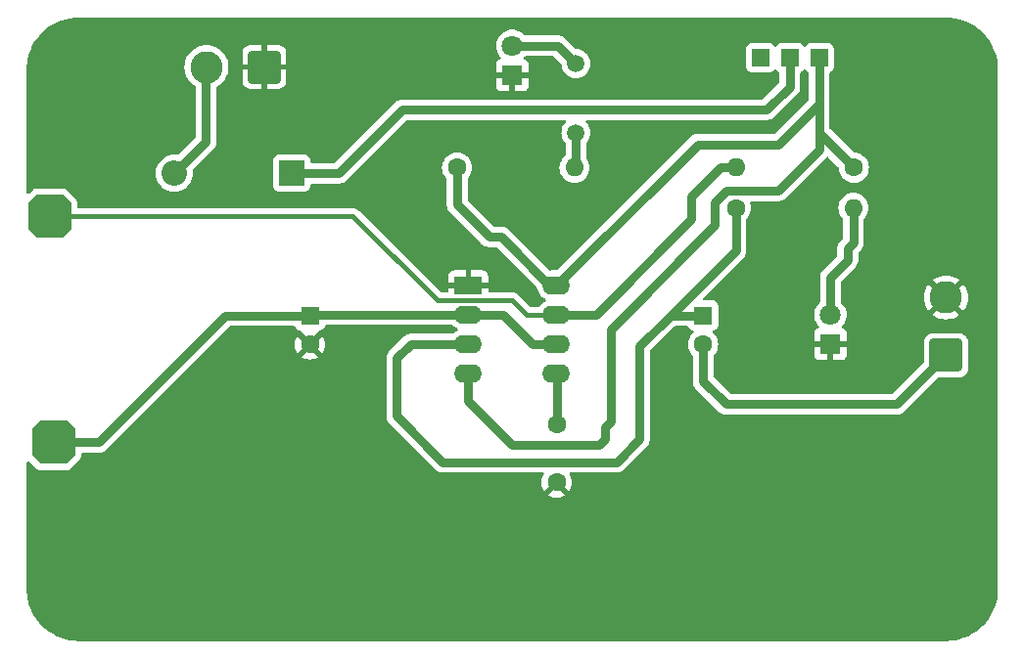
<source format=gbr>
%TF.GenerationSoftware,KiCad,Pcbnew,8.0.8*%
%TF.CreationDate,2025-04-26T12:51:52-04:00*%
%TF.ProjectId,udpudu,75647075-6475-42e6-9b69-6361645f7063,rev?*%
%TF.SameCoordinates,Original*%
%TF.FileFunction,Copper,L2,Bot*%
%TF.FilePolarity,Positive*%
%FSLAX46Y46*%
G04 Gerber Fmt 4.6, Leading zero omitted, Abs format (unit mm)*
G04 Created by KiCad (PCBNEW 8.0.8) date 2025-04-26 12:51:52*
%MOMM*%
%LPD*%
G01*
G04 APERTURE LIST*
G04 Aperture macros list*
%AMRoundRect*
0 Rectangle with rounded corners*
0 $1 Rounding radius*
0 $2 $3 $4 $5 $6 $7 $8 $9 X,Y pos of 4 corners*
0 Add a 4 corners polygon primitive as box body*
4,1,4,$2,$3,$4,$5,$6,$7,$8,$9,$2,$3,0*
0 Add four circle primitives for the rounded corners*
1,1,$1+$1,$2,$3*
1,1,$1+$1,$4,$5*
1,1,$1+$1,$6,$7*
1,1,$1+$1,$8,$9*
0 Add four rect primitives between the rounded corners*
20,1,$1+$1,$2,$3,$4,$5,0*
20,1,$1+$1,$4,$5,$6,$7,0*
20,1,$1+$1,$6,$7,$8,$9,0*
20,1,$1+$1,$8,$9,$2,$3,0*%
%AMOutline5P*
0 Free polygon, 5 corners , with rotation*
0 The origin of the aperture is its center*
0 number of corners: always 5*
0 $1 to $10 corner X, Y*
0 $11 Rotation angle, in degrees counterclockwise*
0 create outline with 5 corners*
4,1,5,$1,$2,$3,$4,$5,$6,$7,$8,$9,$10,$1,$2,$11*%
%AMOutline6P*
0 Free polygon, 6 corners , with rotation*
0 The origin of the aperture is its center*
0 number of corners: always 6*
0 $1 to $12 corner X, Y*
0 $13 Rotation angle, in degrees counterclockwise*
0 create outline with 6 corners*
4,1,6,$1,$2,$3,$4,$5,$6,$7,$8,$9,$10,$11,$12,$1,$2,$13*%
%AMOutline7P*
0 Free polygon, 7 corners , with rotation*
0 The origin of the aperture is its center*
0 number of corners: always 7*
0 $1 to $14 corner X, Y*
0 $15 Rotation angle, in degrees counterclockwise*
0 create outline with 7 corners*
4,1,7,$1,$2,$3,$4,$5,$6,$7,$8,$9,$10,$11,$12,$13,$14,$1,$2,$15*%
%AMOutline8P*
0 Free polygon, 8 corners , with rotation*
0 The origin of the aperture is its center*
0 number of corners: always 8*
0 $1 to $16 corner X, Y*
0 $17 Rotation angle, in degrees counterclockwise*
0 create outline with 8 corners*
4,1,8,$1,$2,$3,$4,$5,$6,$7,$8,$9,$10,$11,$12,$13,$14,$15,$16,$1,$2,$17*%
G04 Aperture macros list end*
%TA.AperFunction,ComponentPad*%
%ADD10R,1.600000X1.600000*%
%TD*%
%TA.AperFunction,ComponentPad*%
%ADD11C,1.600000*%
%TD*%
%TA.AperFunction,ComponentPad*%
%ADD12R,1.500000X1.500000*%
%TD*%
%TA.AperFunction,ComponentPad*%
%ADD13Outline8P,-1.900000X1.140000X-1.140000X1.900000X1.140000X1.900000X1.900000X1.140000X1.900000X-1.140000X1.140000X-1.900000X-1.140000X-1.900000X-1.900000X-1.140000X180.000000*%
%TD*%
%TA.AperFunction,ComponentPad*%
%ADD14R,1.800000X1.800000*%
%TD*%
%TA.AperFunction,ComponentPad*%
%ADD15C,1.800000*%
%TD*%
%TA.AperFunction,ComponentPad*%
%ADD16O,1.600000X1.600000*%
%TD*%
%TA.AperFunction,ComponentPad*%
%ADD17RoundRect,0.250001X1.149999X1.149999X-1.149999X1.149999X-1.149999X-1.149999X1.149999X-1.149999X0*%
%TD*%
%TA.AperFunction,ComponentPad*%
%ADD18C,2.800000*%
%TD*%
%TA.AperFunction,ComponentPad*%
%ADD19RoundRect,0.250001X1.149999X-1.149999X1.149999X1.149999X-1.149999X1.149999X-1.149999X-1.149999X0*%
%TD*%
%TA.AperFunction,ComponentPad*%
%ADD20Outline8P,-1.900000X1.140000X-1.140000X1.900000X1.140000X1.900000X1.900000X1.140000X1.900000X-1.140000X1.140000X-1.900000X-1.140000X-1.900000X-1.900000X-1.140000X0.000000*%
%TD*%
%TA.AperFunction,ComponentPad*%
%ADD21R,2.200000X2.200000*%
%TD*%
%TA.AperFunction,ComponentPad*%
%ADD22O,2.200000X2.200000*%
%TD*%
%TA.AperFunction,ComponentPad*%
%ADD23R,2.400000X1.600000*%
%TD*%
%TA.AperFunction,ComponentPad*%
%ADD24O,2.400000X1.600000*%
%TD*%
%TA.AperFunction,ViaPad*%
%ADD25C,1.500000*%
%TD*%
%TA.AperFunction,Conductor*%
%ADD26C,0.800000*%
%TD*%
%TA.AperFunction,Conductor*%
%ADD27C,0.400000*%
%TD*%
G04 APERTURE END LIST*
D10*
%TO.P,C2,1*%
%TO.N,Net-(J4-Pin_1)*%
X75000000Y-76317621D03*
D11*
%TO.P,C2,2*%
%TO.N,GND*%
X75000000Y-78817621D03*
%TD*%
D12*
%TO.P,SW1,1,A*%
%TO.N,unconnected-(SW1-A-Pad1)*%
X113960000Y-54000000D03*
%TO.P,SW1,2,B*%
%TO.N,Net-(D1-K)*%
X116500000Y-54000000D03*
%TO.P,SW1,3,C*%
%TO.N,VCC*%
X119040000Y-54000000D03*
%TD*%
D13*
%TO.P,J2,1,Pin_1*%
%TO.N,Net-(J2-Pin_1)*%
X52500000Y-67708333D03*
%TD*%
D14*
%TO.P,D3,1,K*%
%TO.N,GND*%
X120000000Y-78775000D03*
D15*
%TO.P,D3,2,A*%
%TO.N,Net-(D3-A)*%
X120000000Y-76235000D03*
%TD*%
D10*
%TO.P,C1,1*%
%TO.N,Net-(U1-Q)*%
X109000000Y-76317621D03*
D11*
%TO.P,C1,2*%
%TO.N,Net-(C1-Pad2)*%
X109000000Y-78817621D03*
%TD*%
%TO.P,C3,1*%
%TO.N,Net-(U1-CV)*%
X96329945Y-85775758D03*
%TO.P,C3,2*%
%TO.N,GND*%
X96329945Y-90775758D03*
%TD*%
%TO.P,R1,1*%
%TO.N,VCC*%
X87720000Y-63500000D03*
D16*
%TO.P,R1,2*%
%TO.N,Net-(D2-A)*%
X97880000Y-63500000D03*
%TD*%
D17*
%TO.P,J1,1,Pin_1*%
%TO.N,GND*%
X71047495Y-54797531D03*
D18*
%TO.P,J1,2,Pin_2*%
%TO.N,+9V*%
X66047495Y-54797531D03*
%TD*%
D19*
%TO.P,J3,1,1*%
%TO.N,Net-(C1-Pad2)*%
X130000000Y-79750000D03*
D18*
%TO.P,J3,2,2*%
%TO.N,GND*%
X130000000Y-74750000D03*
%TD*%
D14*
%TO.P,D2,1,K*%
%TO.N,GND*%
X92500000Y-55500000D03*
D15*
%TO.P,D2,2,A*%
%TO.N,Net-(D2-A)*%
X92500000Y-52960000D03*
%TD*%
D11*
%TO.P,R3,1*%
%TO.N,Net-(U1-Q)*%
X111840000Y-67000000D03*
D16*
%TO.P,R3,2*%
%TO.N,Net-(D3-A)*%
X122000000Y-67000000D03*
%TD*%
D11*
%TO.P,R2,1*%
%TO.N,VCC*%
X122045000Y-63500000D03*
D16*
%TO.P,R2,2*%
%TO.N,Net-(J2-Pin_1)*%
X111885000Y-63500000D03*
%TD*%
D20*
%TO.P,J4,1,Pin_1*%
%TO.N,Net-(J4-Pin_1)*%
X52810000Y-87291666D03*
%TD*%
D21*
%TO.P,D1,1,K*%
%TO.N,Net-(D1-K)*%
X73415000Y-64000000D03*
D22*
%TO.P,D1,2,A*%
%TO.N,+9V*%
X63255000Y-64000000D03*
%TD*%
D23*
%TO.P,U1,1,GND*%
%TO.N,GND*%
X88700000Y-73700000D03*
D24*
%TO.P,U1,2,TR*%
%TO.N,Net-(J4-Pin_1)*%
X88700000Y-76240000D03*
%TO.P,U1,3,Q*%
%TO.N,Net-(U1-Q)*%
X88700000Y-78780000D03*
%TO.P,U1,4,R*%
%TO.N,VCC*%
X88700000Y-81320000D03*
%TO.P,U1,5,CV*%
%TO.N,Net-(U1-CV)*%
X96320000Y-81320000D03*
%TO.P,U1,6,THR*%
%TO.N,Net-(J4-Pin_1)*%
X96320000Y-78780000D03*
%TO.P,U1,7,DIS*%
%TO.N,Net-(J2-Pin_1)*%
X96320000Y-76240000D03*
%TO.P,U1,8,VCC*%
%TO.N,VCC*%
X96320000Y-73700000D03*
%TD*%
D25*
%TO.N,Net-(D2-A)*%
X98000000Y-60500000D03*
X98000000Y-54500000D03*
%TD*%
D26*
%TO.N,Net-(U1-CV)*%
X96329945Y-85775758D02*
X96329945Y-81329945D01*
X96329945Y-81329945D02*
X96320000Y-81320000D01*
%TO.N,Net-(U1-Q)*%
X86500000Y-89000000D02*
X101500000Y-89000000D01*
X111840000Y-67000000D02*
X111840000Y-70660000D01*
X88700000Y-78780000D02*
X83720000Y-78780000D01*
X106182379Y-76317621D02*
X109000000Y-76317621D01*
X103500000Y-79000000D02*
X106182379Y-76317621D01*
X82500000Y-80000000D02*
X82500000Y-85000000D01*
X82500000Y-85000000D02*
X86500000Y-89000000D01*
X103500000Y-87000000D02*
X103500000Y-79000000D01*
X111840000Y-70660000D02*
X106182379Y-76317621D01*
X101500000Y-89000000D02*
X103500000Y-87000000D01*
X83720000Y-78780000D02*
X82500000Y-80000000D01*
%TO.N,Net-(D1-K)*%
X73415000Y-64000000D02*
X77500000Y-64000000D01*
X114500000Y-58500000D02*
X116500000Y-56500000D01*
X77500000Y-64000000D02*
X83000000Y-58500000D01*
X83000000Y-58500000D02*
X114500000Y-58500000D01*
X116500000Y-56500000D02*
X116500000Y-54000000D01*
%TO.N,+9V*%
X66000000Y-54500000D02*
X66000000Y-61255000D01*
X66000000Y-61255000D02*
X63255000Y-64000000D01*
%TO.N,Net-(D2-A)*%
X98000000Y-63380000D02*
X97880000Y-63500000D01*
X98000000Y-60500000D02*
X98000000Y-63380000D01*
X96460000Y-52960000D02*
X98000000Y-54500000D01*
X92500000Y-52960000D02*
X96460000Y-52960000D01*
%TO.N,Net-(D3-A)*%
X120000000Y-76235000D02*
X120000000Y-73000000D01*
X121500000Y-70500000D02*
X122000000Y-70000000D01*
X122000000Y-70000000D02*
X122000000Y-67000000D01*
X120000000Y-73000000D02*
X121500000Y-71500000D01*
X121500000Y-71500000D02*
X121500000Y-70500000D01*
%TO.N,VCC*%
X90500000Y-69500000D02*
X91500000Y-69500000D01*
X108520000Y-61500000D02*
X115540000Y-61500000D01*
X100500000Y-86000000D02*
X101000000Y-85500000D01*
X110000000Y-66500000D02*
X111000000Y-65500000D01*
X119040000Y-58000000D02*
X119040000Y-60495000D01*
X96320000Y-73700000D02*
X108520000Y-61500000D01*
X88700000Y-83700000D02*
X92500000Y-87500000D01*
X88700000Y-81320000D02*
X88700000Y-83700000D01*
X101000000Y-77500000D02*
X110000000Y-68500000D01*
X119040000Y-61960000D02*
X119040000Y-60495000D01*
X92500000Y-87500000D02*
X100000000Y-87500000D01*
X100000000Y-87500000D02*
X100500000Y-87000000D01*
X115500000Y-65500000D02*
X119040000Y-61960000D01*
X110000000Y-68500000D02*
X110000000Y-66500000D01*
X111000000Y-65500000D02*
X115500000Y-65500000D01*
X101000000Y-85500000D02*
X101000000Y-77500000D01*
X95700000Y-73700000D02*
X96320000Y-73700000D01*
X91500000Y-69500000D02*
X95700000Y-73700000D01*
X87720000Y-63500000D02*
X87720000Y-66720000D01*
X87720000Y-66720000D02*
X90500000Y-69500000D01*
X119040000Y-60495000D02*
X122045000Y-63500000D01*
X100500000Y-87000000D02*
X100500000Y-86000000D01*
X115540000Y-61500000D02*
X119040000Y-58000000D01*
X119040000Y-54000000D02*
X119040000Y-58000000D01*
%TO.N,Net-(C1-Pad2)*%
X111000000Y-84000000D02*
X109000000Y-82000000D01*
X109000000Y-82000000D02*
X109000000Y-78817621D01*
X130000000Y-79750000D02*
X125750000Y-84000000D01*
X125750000Y-84000000D02*
X111000000Y-84000000D01*
%TO.N,Net-(J4-Pin_1)*%
X91740000Y-76240000D02*
X88700000Y-76240000D01*
X94280000Y-78780000D02*
X91740000Y-76240000D01*
X52190000Y-87291666D02*
X56708334Y-87291666D01*
X88700000Y-76240000D02*
X75077621Y-76240000D01*
X75077621Y-76240000D02*
X75000000Y-76317621D01*
X67682379Y-76317621D02*
X75000000Y-76317621D01*
X96320000Y-78780000D02*
X94280000Y-78780000D01*
X56708334Y-87291666D02*
X67682379Y-76317621D01*
%TO.N,Net-(J2-Pin_1)*%
X110500000Y-63500000D02*
X108000000Y-66000000D01*
X111885000Y-63500000D02*
X110500000Y-63500000D01*
D27*
X78708333Y-67708333D02*
X86000000Y-75000000D01*
X52190000Y-67708333D02*
X78708333Y-67708333D01*
D26*
X108000000Y-68000000D02*
X99760000Y-76240000D01*
X99760000Y-76240000D02*
X96320000Y-76240000D01*
D27*
X86000000Y-75000000D02*
X92500000Y-75000000D01*
D26*
X108000000Y-66000000D02*
X108000000Y-68000000D01*
D27*
X92500000Y-75000000D02*
X93740000Y-76240000D01*
X93740000Y-76240000D02*
X96320000Y-76240000D01*
%TD*%
%TA.AperFunction,Conductor*%
%TO.N,GND*%
G36*
X130002702Y-50500617D02*
G01*
X130386771Y-50517386D01*
X130397506Y-50518326D01*
X130775971Y-50568152D01*
X130786597Y-50570025D01*
X131159284Y-50652648D01*
X131169710Y-50655442D01*
X131533765Y-50770227D01*
X131543911Y-50773920D01*
X131896578Y-50920000D01*
X131906369Y-50924566D01*
X132244942Y-51100816D01*
X132254310Y-51106224D01*
X132576244Y-51311318D01*
X132585105Y-51317523D01*
X132887930Y-51549889D01*
X132896217Y-51556843D01*
X133177635Y-51814715D01*
X133185284Y-51822364D01*
X133443156Y-52103782D01*
X133450110Y-52112069D01*
X133682476Y-52414894D01*
X133688681Y-52423755D01*
X133893775Y-52745689D01*
X133899183Y-52755057D01*
X134075430Y-53093623D01*
X134080002Y-53103427D01*
X134226075Y-53456078D01*
X134229775Y-53466244D01*
X134344554Y-53830278D01*
X134347354Y-53840727D01*
X134429971Y-54213389D01*
X134431849Y-54224042D01*
X134481671Y-54602473D01*
X134482614Y-54613249D01*
X134498464Y-54976283D01*
X134499382Y-54997297D01*
X134499500Y-55002706D01*
X134499500Y-99997293D01*
X134499382Y-100002702D01*
X134482614Y-100386750D01*
X134481671Y-100397526D01*
X134431849Y-100775957D01*
X134429971Y-100786610D01*
X134347354Y-101159272D01*
X134344554Y-101169721D01*
X134229775Y-101533755D01*
X134226075Y-101543921D01*
X134080002Y-101896572D01*
X134075430Y-101906376D01*
X133899183Y-102244942D01*
X133893775Y-102254310D01*
X133688681Y-102576244D01*
X133682476Y-102585105D01*
X133450110Y-102887930D01*
X133443156Y-102896217D01*
X133185284Y-103177635D01*
X133177635Y-103185284D01*
X132896217Y-103443156D01*
X132887930Y-103450110D01*
X132585105Y-103682476D01*
X132576244Y-103688681D01*
X132254310Y-103893775D01*
X132244942Y-103899183D01*
X131906376Y-104075430D01*
X131896572Y-104080002D01*
X131543921Y-104226075D01*
X131533755Y-104229775D01*
X131169721Y-104344554D01*
X131159272Y-104347354D01*
X130786610Y-104429971D01*
X130775957Y-104431849D01*
X130397526Y-104481671D01*
X130386750Y-104482614D01*
X130002703Y-104499382D01*
X129997294Y-104499500D01*
X55002706Y-104499500D01*
X54997297Y-104499382D01*
X54613249Y-104482614D01*
X54602473Y-104481671D01*
X54224042Y-104431849D01*
X54213389Y-104429971D01*
X53840727Y-104347354D01*
X53830278Y-104344554D01*
X53466244Y-104229775D01*
X53456078Y-104226075D01*
X53103427Y-104080002D01*
X53093623Y-104075430D01*
X52755057Y-103899183D01*
X52745689Y-103893775D01*
X52423755Y-103688681D01*
X52414894Y-103682476D01*
X52112069Y-103450110D01*
X52103782Y-103443156D01*
X51822364Y-103185284D01*
X51814715Y-103177635D01*
X51556843Y-102896217D01*
X51549889Y-102887930D01*
X51317523Y-102585105D01*
X51311318Y-102576244D01*
X51106224Y-102254310D01*
X51100816Y-102244942D01*
X50924569Y-101906376D01*
X50919997Y-101896572D01*
X50773924Y-101543921D01*
X50770224Y-101533755D01*
X50655442Y-101169710D01*
X50652648Y-101159284D01*
X50570025Y-100786597D01*
X50568152Y-100775971D01*
X50518326Y-100397506D01*
X50517386Y-100386771D01*
X50500618Y-100002702D01*
X50500500Y-99997293D01*
X50500500Y-89029342D01*
X50520185Y-88962303D01*
X50572989Y-88916548D01*
X50642147Y-88906604D01*
X50705703Y-88935629D01*
X50712181Y-88941661D01*
X51345067Y-89574548D01*
X51345077Y-89574557D01*
X51411982Y-89626529D01*
X51411983Y-89626529D01*
X51411984Y-89626530D01*
X51544950Y-89681606D01*
X51629023Y-89692166D01*
X53990975Y-89692165D01*
X54075050Y-89681606D01*
X54208016Y-89626529D01*
X54274935Y-89574545D01*
X55092884Y-88756597D01*
X55144864Y-88689682D01*
X55199940Y-88556716D01*
X55210500Y-88472643D01*
X55210500Y-88316166D01*
X55230185Y-88249127D01*
X55282989Y-88203372D01*
X55334500Y-88192166D01*
X56797027Y-88192166D01*
X56797028Y-88192165D01*
X56971000Y-88157561D01*
X57052940Y-88123619D01*
X57134881Y-88089679D01*
X57134883Y-88089677D01*
X57134886Y-88089676D01*
X57223289Y-88030605D01*
X57223289Y-88030604D01*
X57223293Y-88030602D01*
X57282370Y-87991130D01*
X68019059Y-77254439D01*
X68080382Y-77220955D01*
X68106740Y-77218121D01*
X73617209Y-77218121D01*
X73684248Y-77237806D01*
X73730003Y-77290610D01*
X73733391Y-77298788D01*
X73756202Y-77359949D01*
X73756206Y-77359956D01*
X73842452Y-77475165D01*
X73842455Y-77475168D01*
X73957664Y-77561414D01*
X73957671Y-77561418D01*
X73993497Y-77574780D01*
X74092517Y-77611712D01*
X74152127Y-77618121D01*
X74152153Y-77618120D01*
X74155453Y-77618299D01*
X74155372Y-77619804D01*
X74216672Y-77637733D01*
X74262483Y-77690488D01*
X74270016Y-77734085D01*
X74953553Y-78417621D01*
X74947339Y-78417621D01*
X74845606Y-78444880D01*
X74754394Y-78497541D01*
X74679920Y-78572015D01*
X74627259Y-78663227D01*
X74600000Y-78764960D01*
X74600000Y-78771173D01*
X73920974Y-78092147D01*
X73920973Y-78092147D01*
X73869868Y-78165133D01*
X73869866Y-78165137D01*
X73773734Y-78371294D01*
X73773730Y-78371303D01*
X73714860Y-78591010D01*
X73714858Y-78591021D01*
X73695034Y-78817618D01*
X73695034Y-78817623D01*
X73714858Y-79044220D01*
X73714860Y-79044231D01*
X73773730Y-79263938D01*
X73773735Y-79263952D01*
X73869863Y-79470099D01*
X73920974Y-79543093D01*
X74600000Y-78864067D01*
X74600000Y-78870282D01*
X74627259Y-78972015D01*
X74679920Y-79063227D01*
X74754394Y-79137701D01*
X74845606Y-79190362D01*
X74947339Y-79217621D01*
X74953553Y-79217621D01*
X74274526Y-79896646D01*
X74347513Y-79947753D01*
X74347521Y-79947757D01*
X74553668Y-80043885D01*
X74553682Y-80043890D01*
X74773389Y-80102760D01*
X74773400Y-80102762D01*
X74999998Y-80122587D01*
X75000002Y-80122587D01*
X75226599Y-80102762D01*
X75226610Y-80102760D01*
X75446317Y-80043890D01*
X75446331Y-80043885D01*
X75652478Y-79947757D01*
X75725471Y-79896645D01*
X75046447Y-79217621D01*
X75052661Y-79217621D01*
X75154394Y-79190362D01*
X75245606Y-79137701D01*
X75320080Y-79063227D01*
X75372741Y-78972015D01*
X75400000Y-78870282D01*
X75400000Y-78864068D01*
X76079024Y-79543092D01*
X76130136Y-79470099D01*
X76226264Y-79263952D01*
X76226269Y-79263938D01*
X76285139Y-79044231D01*
X76285141Y-79044220D01*
X76304966Y-78817623D01*
X76304966Y-78817618D01*
X76285141Y-78591021D01*
X76285139Y-78591010D01*
X76226269Y-78371303D01*
X76226264Y-78371289D01*
X76130136Y-78165142D01*
X76130132Y-78165134D01*
X76079025Y-78092147D01*
X75400000Y-78771172D01*
X75400000Y-78764960D01*
X75372741Y-78663227D01*
X75320080Y-78572015D01*
X75245606Y-78497541D01*
X75154394Y-78444880D01*
X75052661Y-78417621D01*
X75046445Y-78417621D01*
X75730646Y-77733421D01*
X75740492Y-77684428D01*
X75789107Y-77634245D01*
X75844633Y-77619602D01*
X75844576Y-77618521D01*
X75844571Y-77618475D01*
X75844573Y-77618474D01*
X75844564Y-77618297D01*
X75847857Y-77618120D01*
X75847872Y-77618120D01*
X75907483Y-77611712D01*
X76042331Y-77561417D01*
X76157546Y-77475167D01*
X76243796Y-77359952D01*
X76266609Y-77298788D01*
X76295560Y-77221167D01*
X76337431Y-77165233D01*
X76402895Y-77140816D01*
X76411742Y-77140500D01*
X87309953Y-77140500D01*
X87376992Y-77160185D01*
X87397634Y-77176819D01*
X87452786Y-77231971D01*
X87607749Y-77344556D01*
X87618390Y-77352287D01*
X87709840Y-77398883D01*
X87711080Y-77399515D01*
X87761876Y-77447490D01*
X87778671Y-77515311D01*
X87756134Y-77581446D01*
X87711080Y-77620485D01*
X87618386Y-77667715D01*
X87452786Y-77788028D01*
X87452782Y-77788032D01*
X87397634Y-77843181D01*
X87336311Y-77876666D01*
X87309953Y-77879500D01*
X83631304Y-77879500D01*
X83457339Y-77914103D01*
X83457323Y-77914108D01*
X83341453Y-77962102D01*
X83341454Y-77962103D01*
X83293454Y-77981986D01*
X83293453Y-77981987D01*
X83237150Y-78019608D01*
X83145964Y-78080535D01*
X83145961Y-78080538D01*
X81800540Y-79425958D01*
X81800534Y-79425965D01*
X81764789Y-79479463D01*
X81764789Y-79479464D01*
X81733388Y-79526458D01*
X81701987Y-79573452D01*
X81679717Y-79627218D01*
X81641291Y-79719987D01*
X81634105Y-79737334D01*
X81601650Y-79900500D01*
X81599500Y-79911309D01*
X81599500Y-79911310D01*
X81599500Y-85088696D01*
X81634103Y-85262658D01*
X81634105Y-85262666D01*
X81668046Y-85344606D01*
X81668046Y-85344607D01*
X81701983Y-85426540D01*
X81701987Y-85426547D01*
X81746806Y-85493623D01*
X81783848Y-85549060D01*
X81800537Y-85574038D01*
X81800538Y-85574039D01*
X85800536Y-89574035D01*
X85908106Y-89681605D01*
X85925966Y-89699465D01*
X85985043Y-89738939D01*
X86073453Y-89798013D01*
X86155393Y-89831953D01*
X86237334Y-89865895D01*
X86411303Y-89900499D01*
X86411307Y-89900500D01*
X95117598Y-89900500D01*
X95184637Y-89920185D01*
X95230392Y-89972989D01*
X95240336Y-90042147D01*
X95219173Y-90095624D01*
X95199811Y-90123275D01*
X95103679Y-90329431D01*
X95103675Y-90329440D01*
X95044805Y-90549147D01*
X95044803Y-90549158D01*
X95024979Y-90775755D01*
X95024979Y-90775758D01*
X95044803Y-91002357D01*
X95044805Y-91002368D01*
X95103675Y-91222075D01*
X95103680Y-91222089D01*
X95199808Y-91428236D01*
X95250919Y-91501230D01*
X95929945Y-90822204D01*
X95929945Y-90828419D01*
X95957204Y-90930152D01*
X96009865Y-91021364D01*
X96084339Y-91095838D01*
X96175551Y-91148499D01*
X96277284Y-91175758D01*
X96283498Y-91175758D01*
X95604471Y-91854783D01*
X95677458Y-91905890D01*
X95677466Y-91905894D01*
X95883613Y-92002022D01*
X95883627Y-92002027D01*
X96103334Y-92060897D01*
X96103345Y-92060899D01*
X96329943Y-92080724D01*
X96329947Y-92080724D01*
X96556544Y-92060899D01*
X96556555Y-92060897D01*
X96776262Y-92002027D01*
X96776276Y-92002022D01*
X96982423Y-91905894D01*
X97055416Y-91854782D01*
X96376392Y-91175758D01*
X96382606Y-91175758D01*
X96484339Y-91148499D01*
X96575551Y-91095838D01*
X96650025Y-91021364D01*
X96702686Y-90930152D01*
X96729945Y-90828419D01*
X96729945Y-90822205D01*
X97408969Y-91501229D01*
X97460081Y-91428236D01*
X97556209Y-91222089D01*
X97556214Y-91222075D01*
X97615084Y-91002368D01*
X97615086Y-91002357D01*
X97634911Y-90775758D01*
X97634911Y-90775755D01*
X97615086Y-90549158D01*
X97615084Y-90549147D01*
X97556214Y-90329440D01*
X97556210Y-90329431D01*
X97460078Y-90123275D01*
X97440717Y-90095624D01*
X97418390Y-90029418D01*
X97435400Y-89961650D01*
X97486348Y-89913837D01*
X97542292Y-89900500D01*
X101588693Y-89900500D01*
X101588694Y-89900499D01*
X101762666Y-89865895D01*
X101844606Y-89831953D01*
X101926547Y-89798013D01*
X101926549Y-89798011D01*
X101926552Y-89798010D01*
X102014955Y-89738939D01*
X102014955Y-89738938D01*
X102014959Y-89738936D01*
X102074036Y-89699464D01*
X104199464Y-87574036D01*
X104238936Y-87514959D01*
X104298013Y-87426547D01*
X104331953Y-87344606D01*
X104365895Y-87262666D01*
X104400500Y-87088692D01*
X104400500Y-86911308D01*
X104400500Y-79424361D01*
X104420185Y-79357322D01*
X104436819Y-79336680D01*
X106519059Y-77254440D01*
X106580382Y-77220955D01*
X106606740Y-77218121D01*
X107617209Y-77218121D01*
X107684248Y-77237806D01*
X107730003Y-77290610D01*
X107733391Y-77298788D01*
X107756202Y-77359949D01*
X107756206Y-77359956D01*
X107842452Y-77475165D01*
X107842455Y-77475168D01*
X107957664Y-77561414D01*
X107957671Y-77561418D01*
X107993497Y-77574780D01*
X108092517Y-77611712D01*
X108092527Y-77611713D01*
X108097913Y-77612986D01*
X108158631Y-77647556D01*
X108191021Y-77709464D01*
X108184799Y-77779056D01*
X108157088Y-77821346D01*
X107999951Y-77978483D01*
X107869432Y-78164886D01*
X107869431Y-78164888D01*
X107773261Y-78371123D01*
X107773258Y-78371132D01*
X107714366Y-78590923D01*
X107714364Y-78590934D01*
X107694532Y-78817619D01*
X107694532Y-78817622D01*
X107714364Y-79044307D01*
X107714366Y-79044318D01*
X107773258Y-79264109D01*
X107773261Y-79264118D01*
X107869431Y-79470353D01*
X107869432Y-79470355D01*
X107999951Y-79656758D01*
X107999952Y-79656759D01*
X107999953Y-79656760D01*
X108063182Y-79719989D01*
X108096666Y-79781310D01*
X108099500Y-79807669D01*
X108099500Y-82088696D01*
X108134103Y-82262658D01*
X108134105Y-82262666D01*
X108168046Y-82344606D01*
X108168046Y-82344607D01*
X108201984Y-82426542D01*
X108201985Y-82426544D01*
X108261063Y-82514960D01*
X108261064Y-82514961D01*
X108300534Y-82574034D01*
X108300535Y-82574035D01*
X110425958Y-84699459D01*
X110425961Y-84699462D01*
X110425964Y-84699464D01*
X110482641Y-84737334D01*
X110573453Y-84798013D01*
X110655393Y-84831953D01*
X110737334Y-84865895D01*
X110911303Y-84900499D01*
X110911307Y-84900500D01*
X110911308Y-84900500D01*
X125838693Y-84900500D01*
X125838694Y-84900499D01*
X126012666Y-84865895D01*
X126094606Y-84831953D01*
X126176547Y-84798013D01*
X126267359Y-84737334D01*
X126324036Y-84699464D01*
X129336680Y-81686818D01*
X129398003Y-81653334D01*
X129424361Y-81650500D01*
X131200003Y-81650500D01*
X131200008Y-81650500D01*
X131302797Y-81639999D01*
X131469334Y-81584814D01*
X131618655Y-81492711D01*
X131742711Y-81368655D01*
X131834814Y-81219334D01*
X131889999Y-81052797D01*
X131900500Y-80950008D01*
X131900500Y-78549992D01*
X131889999Y-78447203D01*
X131834814Y-78280666D01*
X131763557Y-78165142D01*
X131742713Y-78131348D01*
X131742710Y-78131344D01*
X131618655Y-78007289D01*
X131618651Y-78007286D01*
X131469337Y-77915187D01*
X131469335Y-77915186D01*
X131361641Y-77879500D01*
X131302797Y-77860001D01*
X131302795Y-77860000D01*
X131200015Y-77849500D01*
X131200008Y-77849500D01*
X128799992Y-77849500D01*
X128799984Y-77849500D01*
X128697204Y-77860000D01*
X128697203Y-77860001D01*
X128530664Y-77915186D01*
X128530662Y-77915187D01*
X128381348Y-78007286D01*
X128381344Y-78007289D01*
X128257289Y-78131344D01*
X128257286Y-78131348D01*
X128165187Y-78280662D01*
X128165186Y-78280664D01*
X128110002Y-78447200D01*
X128110001Y-78447203D01*
X128099500Y-78549984D01*
X128099500Y-80325638D01*
X128079815Y-80392677D01*
X128063181Y-80413319D01*
X125413319Y-83063181D01*
X125351996Y-83096666D01*
X125325638Y-83099500D01*
X111424362Y-83099500D01*
X111357323Y-83079815D01*
X111336681Y-83063181D01*
X109936819Y-81663319D01*
X109903334Y-81601996D01*
X109900500Y-81575638D01*
X109900500Y-79807669D01*
X109920185Y-79740630D01*
X109936814Y-79719992D01*
X110000047Y-79656760D01*
X110130568Y-79470355D01*
X110226739Y-79264117D01*
X110285635Y-79044313D01*
X110305468Y-78817621D01*
X110285635Y-78590929D01*
X110226739Y-78371125D01*
X110130568Y-78164887D01*
X110000047Y-77978482D01*
X110000045Y-77978479D01*
X109842913Y-77821347D01*
X109809428Y-77760024D01*
X109814412Y-77690332D01*
X109856284Y-77634399D01*
X109902078Y-77612989D01*
X109907480Y-77611712D01*
X109907483Y-77611712D01*
X109907489Y-77611710D01*
X110042328Y-77561418D01*
X110042327Y-77561418D01*
X110042331Y-77561417D01*
X110157546Y-77475167D01*
X110243796Y-77359952D01*
X110294091Y-77225104D01*
X110300500Y-77165494D01*
X110300499Y-76234993D01*
X118594700Y-76234993D01*
X118594700Y-76235006D01*
X118613864Y-76466297D01*
X118613866Y-76466308D01*
X118670842Y-76691300D01*
X118764075Y-76903848D01*
X118891018Y-77098150D01*
X118986167Y-77201510D01*
X119017089Y-77264164D01*
X119009228Y-77333590D01*
X118965081Y-77387746D01*
X118938271Y-77401674D01*
X118857911Y-77431646D01*
X118857906Y-77431649D01*
X118742812Y-77517809D01*
X118742809Y-77517812D01*
X118656649Y-77632906D01*
X118656645Y-77632913D01*
X118606403Y-77767620D01*
X118606401Y-77767627D01*
X118600000Y-77827155D01*
X118600000Y-78525000D01*
X119624722Y-78525000D01*
X119580667Y-78601306D01*
X119550000Y-78715756D01*
X119550000Y-78834244D01*
X119580667Y-78948694D01*
X119624722Y-79025000D01*
X118600000Y-79025000D01*
X118600000Y-79722844D01*
X118606401Y-79782372D01*
X118606403Y-79782379D01*
X118656645Y-79917086D01*
X118656649Y-79917093D01*
X118742809Y-80032187D01*
X118742812Y-80032190D01*
X118857906Y-80118350D01*
X118857913Y-80118354D01*
X118992620Y-80168596D01*
X118992627Y-80168598D01*
X119052155Y-80174999D01*
X119052172Y-80175000D01*
X119750000Y-80175000D01*
X119750000Y-79150277D01*
X119826306Y-79194333D01*
X119940756Y-79225000D01*
X120059244Y-79225000D01*
X120173694Y-79194333D01*
X120250000Y-79150277D01*
X120250000Y-80175000D01*
X120947828Y-80175000D01*
X120947844Y-80174999D01*
X121007372Y-80168598D01*
X121007379Y-80168596D01*
X121142086Y-80118354D01*
X121142093Y-80118350D01*
X121257187Y-80032190D01*
X121257190Y-80032187D01*
X121343350Y-79917093D01*
X121343354Y-79917086D01*
X121393596Y-79782379D01*
X121393598Y-79782372D01*
X121399999Y-79722844D01*
X121400000Y-79722827D01*
X121400000Y-79025000D01*
X120375278Y-79025000D01*
X120419333Y-78948694D01*
X120450000Y-78834244D01*
X120450000Y-78715756D01*
X120419333Y-78601306D01*
X120375278Y-78525000D01*
X121400000Y-78525000D01*
X121400000Y-77827172D01*
X121399999Y-77827155D01*
X121393598Y-77767627D01*
X121393596Y-77767620D01*
X121343354Y-77632913D01*
X121343350Y-77632906D01*
X121257190Y-77517812D01*
X121257187Y-77517809D01*
X121142093Y-77431649D01*
X121142086Y-77431645D01*
X121061729Y-77401674D01*
X121005795Y-77359803D01*
X120981378Y-77294338D01*
X120996230Y-77226065D01*
X121013826Y-77201516D01*
X121108979Y-77098153D01*
X121235924Y-76903849D01*
X121329157Y-76691300D01*
X121386134Y-76466305D01*
X121395567Y-76352462D01*
X121405300Y-76235006D01*
X121405300Y-76234993D01*
X121386135Y-76003702D01*
X121386133Y-76003691D01*
X121329157Y-75778699D01*
X121235924Y-75566151D01*
X121108983Y-75371852D01*
X121108980Y-75371849D01*
X121108979Y-75371847D01*
X120951784Y-75201087D01*
X120948336Y-75198403D01*
X120907524Y-75141692D01*
X120900500Y-75100551D01*
X120900500Y-74749998D01*
X128095147Y-74749998D01*
X128095147Y-74750001D01*
X128114536Y-75021090D01*
X128114537Y-75021097D01*
X128172305Y-75286654D01*
X128267285Y-75541306D01*
X128267287Y-75541310D01*
X128397532Y-75779835D01*
X128397537Y-75779843D01*
X128491321Y-75905123D01*
X128491322Y-75905124D01*
X129398958Y-74997487D01*
X129423978Y-75057890D01*
X129495112Y-75164351D01*
X129585649Y-75254888D01*
X129692110Y-75326022D01*
X129752511Y-75351041D01*
X128844874Y-76258676D01*
X128970163Y-76352466D01*
X128970164Y-76352467D01*
X129208689Y-76482712D01*
X129208693Y-76482714D01*
X129463345Y-76577694D01*
X129728902Y-76635462D01*
X129728909Y-76635463D01*
X129999999Y-76654853D01*
X130000001Y-76654853D01*
X130271090Y-76635463D01*
X130271097Y-76635462D01*
X130536654Y-76577694D01*
X130791306Y-76482714D01*
X130791310Y-76482712D01*
X131029844Y-76352462D01*
X131155123Y-76258677D01*
X131155124Y-76258676D01*
X130247488Y-75351041D01*
X130307890Y-75326022D01*
X130414351Y-75254888D01*
X130504888Y-75164351D01*
X130576022Y-75057890D01*
X130601041Y-74997489D01*
X131508676Y-75905124D01*
X131508677Y-75905123D01*
X131602462Y-75779844D01*
X131732712Y-75541310D01*
X131732714Y-75541306D01*
X131827694Y-75286654D01*
X131885462Y-75021097D01*
X131885463Y-75021090D01*
X131904853Y-74750001D01*
X131904853Y-74749998D01*
X131885463Y-74478909D01*
X131885462Y-74478902D01*
X131827694Y-74213345D01*
X131732714Y-73958693D01*
X131732712Y-73958689D01*
X131602467Y-73720164D01*
X131602466Y-73720163D01*
X131508676Y-73594874D01*
X130601040Y-74502509D01*
X130576022Y-74442110D01*
X130504888Y-74335649D01*
X130414351Y-74245112D01*
X130307890Y-74173978D01*
X130247487Y-74148957D01*
X131155124Y-73241322D01*
X131155123Y-73241321D01*
X131029843Y-73147537D01*
X131029835Y-73147532D01*
X130791310Y-73017287D01*
X130791306Y-73017285D01*
X130536654Y-72922305D01*
X130271097Y-72864537D01*
X130271090Y-72864536D01*
X130000001Y-72845147D01*
X129999999Y-72845147D01*
X129728909Y-72864536D01*
X129728902Y-72864537D01*
X129463345Y-72922305D01*
X129208693Y-73017285D01*
X129208689Y-73017287D01*
X128970164Y-73147532D01*
X128970156Y-73147537D01*
X128844875Y-73241321D01*
X128844874Y-73241322D01*
X129752511Y-74148958D01*
X129692110Y-74173978D01*
X129585649Y-74245112D01*
X129495112Y-74335649D01*
X129423978Y-74442110D01*
X129398958Y-74502511D01*
X128491322Y-73594874D01*
X128491321Y-73594875D01*
X128397537Y-73720156D01*
X128397532Y-73720164D01*
X128267287Y-73958689D01*
X128267285Y-73958693D01*
X128172305Y-74213345D01*
X128114537Y-74478902D01*
X128114536Y-74478909D01*
X128095147Y-74749998D01*
X120900500Y-74749998D01*
X120900500Y-73424361D01*
X120920185Y-73357322D01*
X120936819Y-73336680D01*
X122199463Y-72074036D01*
X122199465Y-72074033D01*
X122298009Y-71926553D01*
X122298009Y-71926552D01*
X122298013Y-71926547D01*
X122365894Y-71762666D01*
X122400500Y-71588691D01*
X122400500Y-70924361D01*
X122420185Y-70857322D01*
X122436819Y-70836680D01*
X122524808Y-70748691D01*
X122699464Y-70574035D01*
X122701285Y-70571309D01*
X122798013Y-70426547D01*
X122808802Y-70400499D01*
X122823136Y-70365895D01*
X122823136Y-70365894D01*
X122843018Y-70317895D01*
X122865895Y-70262666D01*
X122900500Y-70088692D01*
X122900500Y-69911308D01*
X122900500Y-67990048D01*
X122920185Y-67923009D01*
X122936814Y-67902371D01*
X123000047Y-67839139D01*
X123130568Y-67652734D01*
X123226739Y-67446496D01*
X123285635Y-67226692D01*
X123305468Y-67000000D01*
X123303951Y-66982666D01*
X123288731Y-66808696D01*
X123285635Y-66773308D01*
X123226739Y-66553504D01*
X123130568Y-66347266D01*
X123000047Y-66160861D01*
X123000045Y-66160858D01*
X122839141Y-65999954D01*
X122652734Y-65869432D01*
X122652732Y-65869431D01*
X122446497Y-65773261D01*
X122446488Y-65773258D01*
X122226697Y-65714366D01*
X122226693Y-65714365D01*
X122226692Y-65714365D01*
X122226691Y-65714364D01*
X122226686Y-65714364D01*
X122000002Y-65694532D01*
X121999998Y-65694532D01*
X121773313Y-65714364D01*
X121773302Y-65714366D01*
X121553511Y-65773258D01*
X121553502Y-65773261D01*
X121347267Y-65869431D01*
X121347265Y-65869432D01*
X121160858Y-65999954D01*
X120999954Y-66160858D01*
X120869432Y-66347265D01*
X120869431Y-66347267D01*
X120773261Y-66553502D01*
X120773258Y-66553511D01*
X120714366Y-66773302D01*
X120714364Y-66773313D01*
X120694532Y-66999998D01*
X120694532Y-67000001D01*
X120714364Y-67226686D01*
X120714366Y-67226697D01*
X120773258Y-67446488D01*
X120773261Y-67446497D01*
X120869431Y-67652732D01*
X120869432Y-67652734D01*
X120999951Y-67839137D01*
X120999952Y-67839138D01*
X120999953Y-67839139D01*
X121063182Y-67902368D01*
X121096666Y-67963689D01*
X121099500Y-67990048D01*
X121099500Y-69575637D01*
X121079815Y-69642676D01*
X121063181Y-69663318D01*
X120800538Y-69925960D01*
X120800537Y-69925961D01*
X120761064Y-69985039D01*
X120761063Y-69985040D01*
X120701985Y-70073455D01*
X120668046Y-70155393D01*
X120634106Y-70237329D01*
X120634103Y-70237341D01*
X120608532Y-70365892D01*
X120608533Y-70365893D01*
X120599500Y-70411308D01*
X120599500Y-71075637D01*
X120579815Y-71142676D01*
X120563181Y-71163318D01*
X119300536Y-72425962D01*
X119296820Y-72431525D01*
X119296818Y-72431527D01*
X119201988Y-72573450D01*
X119201986Y-72573454D01*
X119168046Y-72655393D01*
X119134106Y-72737330D01*
X119134103Y-72737342D01*
X119111141Y-72852782D01*
X119099500Y-72911304D01*
X119099500Y-75100551D01*
X119079815Y-75167590D01*
X119051664Y-75198403D01*
X119048219Y-75201084D01*
X118891016Y-75371852D01*
X118764075Y-75566151D01*
X118670842Y-75778699D01*
X118613866Y-76003691D01*
X118613864Y-76003702D01*
X118594700Y-76234993D01*
X110300499Y-76234993D01*
X110300499Y-75469749D01*
X110294091Y-75410138D01*
X110287618Y-75392784D01*
X110243797Y-75275292D01*
X110243793Y-75275285D01*
X110157547Y-75160076D01*
X110157544Y-75160073D01*
X110042335Y-75073827D01*
X110042328Y-75073823D01*
X109907482Y-75023529D01*
X109907483Y-75023529D01*
X109847883Y-75017122D01*
X109847881Y-75017121D01*
X109847873Y-75017121D01*
X109847865Y-75017121D01*
X109055740Y-75017121D01*
X108988701Y-74997436D01*
X108942946Y-74944632D01*
X108933002Y-74875474D01*
X108962027Y-74811918D01*
X108968059Y-74805440D01*
X112539463Y-71234036D01*
X112539465Y-71234033D01*
X112600509Y-71142676D01*
X112638013Y-71086547D01*
X112705894Y-70922666D01*
X112715774Y-70872999D01*
X112740499Y-70748695D01*
X112740500Y-70748693D01*
X112740500Y-67990048D01*
X112760185Y-67923009D01*
X112776814Y-67902371D01*
X112840047Y-67839139D01*
X112970568Y-67652734D01*
X113066739Y-67446496D01*
X113125635Y-67226692D01*
X113145468Y-67000000D01*
X113143951Y-66982666D01*
X113128731Y-66808696D01*
X113125635Y-66773308D01*
X113067567Y-66556593D01*
X113069230Y-66486743D01*
X113108393Y-66428881D01*
X113172621Y-66401377D01*
X113187342Y-66400500D01*
X115588693Y-66400500D01*
X115588694Y-66400499D01*
X115762666Y-66365895D01*
X115844606Y-66331953D01*
X115926547Y-66298013D01*
X116017359Y-66237334D01*
X116074036Y-66199464D01*
X119684819Y-62588681D01*
X119746142Y-62555196D01*
X119815834Y-62560180D01*
X119860181Y-62588681D01*
X120704553Y-63433053D01*
X120738038Y-63494376D01*
X120740400Y-63509926D01*
X120759364Y-63726687D01*
X120759366Y-63726697D01*
X120818258Y-63946488D01*
X120818261Y-63946497D01*
X120914431Y-64152732D01*
X120914432Y-64152734D01*
X121044954Y-64339141D01*
X121205858Y-64500045D01*
X121205861Y-64500047D01*
X121392266Y-64630568D01*
X121598504Y-64726739D01*
X121598509Y-64726740D01*
X121598511Y-64726741D01*
X121606416Y-64728859D01*
X121818308Y-64785635D01*
X121980230Y-64799801D01*
X122044998Y-64805468D01*
X122045000Y-64805468D01*
X122045002Y-64805468D01*
X122101673Y-64800509D01*
X122271692Y-64785635D01*
X122491496Y-64726739D01*
X122697734Y-64630568D01*
X122884139Y-64500047D01*
X123045047Y-64339139D01*
X123175568Y-64152734D01*
X123271739Y-63946496D01*
X123330635Y-63726692D01*
X123350468Y-63500000D01*
X123330635Y-63273308D01*
X123271739Y-63053504D01*
X123175568Y-62847266D01*
X123045047Y-62660861D01*
X123045045Y-62660858D01*
X122884141Y-62499954D01*
X122697734Y-62369432D01*
X122697732Y-62369431D01*
X122491497Y-62273261D01*
X122491488Y-62273258D01*
X122271697Y-62214366D01*
X122271687Y-62214364D01*
X122054926Y-62195400D01*
X121989858Y-62169947D01*
X121978053Y-62159553D01*
X119976819Y-60158319D01*
X119943334Y-60096996D01*
X119940500Y-60070638D01*
X119940500Y-55314141D01*
X119960185Y-55247102D01*
X120012989Y-55201347D01*
X120021149Y-55197966D01*
X120032331Y-55193796D01*
X120147546Y-55107546D01*
X120233796Y-54992331D01*
X120284091Y-54857483D01*
X120290500Y-54797873D01*
X120290499Y-53202128D01*
X120284091Y-53142517D01*
X120269511Y-53103427D01*
X120233797Y-53007671D01*
X120233793Y-53007664D01*
X120147547Y-52892455D01*
X120147544Y-52892452D01*
X120032335Y-52806206D01*
X120032328Y-52806202D01*
X119897482Y-52755908D01*
X119897483Y-52755908D01*
X119837883Y-52749501D01*
X119837881Y-52749500D01*
X119837873Y-52749500D01*
X119837864Y-52749500D01*
X118242129Y-52749500D01*
X118242123Y-52749501D01*
X118182516Y-52755908D01*
X118047671Y-52806202D01*
X118047664Y-52806206D01*
X117932455Y-52892452D01*
X117932452Y-52892455D01*
X117869266Y-52976861D01*
X117813332Y-53018732D01*
X117743641Y-53023716D01*
X117682318Y-52990230D01*
X117670734Y-52976861D01*
X117607547Y-52892455D01*
X117607544Y-52892452D01*
X117492335Y-52806206D01*
X117492328Y-52806202D01*
X117357482Y-52755908D01*
X117357483Y-52755908D01*
X117297883Y-52749501D01*
X117297881Y-52749500D01*
X117297873Y-52749500D01*
X117297864Y-52749500D01*
X115702129Y-52749500D01*
X115702123Y-52749501D01*
X115642516Y-52755908D01*
X115507671Y-52806202D01*
X115507664Y-52806206D01*
X115392455Y-52892452D01*
X115392452Y-52892455D01*
X115329266Y-52976861D01*
X115273332Y-53018732D01*
X115203641Y-53023716D01*
X115142318Y-52990230D01*
X115130734Y-52976861D01*
X115067547Y-52892455D01*
X115067544Y-52892452D01*
X114952335Y-52806206D01*
X114952328Y-52806202D01*
X114817482Y-52755908D01*
X114817483Y-52755908D01*
X114757883Y-52749501D01*
X114757881Y-52749500D01*
X114757873Y-52749500D01*
X114757864Y-52749500D01*
X113162129Y-52749500D01*
X113162123Y-52749501D01*
X113102516Y-52755908D01*
X112967671Y-52806202D01*
X112967664Y-52806206D01*
X112852455Y-52892452D01*
X112852452Y-52892455D01*
X112766206Y-53007664D01*
X112766202Y-53007671D01*
X112715908Y-53142517D01*
X112709501Y-53202116D01*
X112709501Y-53202123D01*
X112709500Y-53202135D01*
X112709500Y-54797870D01*
X112709501Y-54797876D01*
X112715908Y-54857483D01*
X112766202Y-54992328D01*
X112766206Y-54992335D01*
X112852452Y-55107544D01*
X112852455Y-55107547D01*
X112967664Y-55193793D01*
X112967671Y-55193797D01*
X113102517Y-55244091D01*
X113102516Y-55244091D01*
X113109444Y-55244835D01*
X113162127Y-55250500D01*
X114757872Y-55250499D01*
X114817483Y-55244091D01*
X114952331Y-55193796D01*
X115067546Y-55107546D01*
X115130734Y-55023136D01*
X115186667Y-54981267D01*
X115256359Y-54976283D01*
X115317682Y-55009768D01*
X115329260Y-55023130D01*
X115392454Y-55107546D01*
X115419295Y-55127639D01*
X115507665Y-55193794D01*
X115507667Y-55193794D01*
X115507669Y-55193796D01*
X115518830Y-55197958D01*
X115574764Y-55239826D01*
X115599184Y-55305289D01*
X115599500Y-55314141D01*
X115599500Y-56075638D01*
X115579815Y-56142677D01*
X115563181Y-56163319D01*
X114163319Y-57563181D01*
X114101996Y-57596666D01*
X114075638Y-57599500D01*
X82911304Y-57599500D01*
X82737339Y-57634103D01*
X82737323Y-57634108D01*
X82621453Y-57682102D01*
X82621454Y-57682103D01*
X82573454Y-57701986D01*
X82573453Y-57701987D01*
X82520553Y-57737334D01*
X82425965Y-57800535D01*
X82425961Y-57800538D01*
X77163319Y-63063181D01*
X77101996Y-63096666D01*
X77075638Y-63099500D01*
X75139499Y-63099500D01*
X75072460Y-63079815D01*
X75026705Y-63027011D01*
X75015499Y-62975500D01*
X75015499Y-62852129D01*
X75015498Y-62852123D01*
X75015497Y-62852116D01*
X75009091Y-62792517D01*
X74996221Y-62758012D01*
X74958797Y-62657671D01*
X74958793Y-62657664D01*
X74872547Y-62542455D01*
X74872544Y-62542452D01*
X74757335Y-62456206D01*
X74757328Y-62456202D01*
X74622482Y-62405908D01*
X74622483Y-62405908D01*
X74562883Y-62399501D01*
X74562881Y-62399500D01*
X74562873Y-62399500D01*
X74562864Y-62399500D01*
X72267129Y-62399500D01*
X72267123Y-62399501D01*
X72207516Y-62405908D01*
X72072671Y-62456202D01*
X72072664Y-62456206D01*
X71957455Y-62542452D01*
X71957452Y-62542455D01*
X71871206Y-62657664D01*
X71871202Y-62657671D01*
X71820908Y-62792517D01*
X71814501Y-62852116D01*
X71814501Y-62852123D01*
X71814500Y-62852135D01*
X71814500Y-65147870D01*
X71814501Y-65147876D01*
X71820908Y-65207483D01*
X71871202Y-65342328D01*
X71871206Y-65342335D01*
X71957452Y-65457544D01*
X71957454Y-65457546D01*
X72072664Y-65543793D01*
X72072671Y-65543797D01*
X72207517Y-65594091D01*
X72207516Y-65594091D01*
X72214444Y-65594835D01*
X72267127Y-65600500D01*
X74562872Y-65600499D01*
X74622483Y-65594091D01*
X74757331Y-65543796D01*
X74872546Y-65457546D01*
X74958796Y-65342331D01*
X75009091Y-65207483D01*
X75015500Y-65147873D01*
X75015500Y-65024500D01*
X75035185Y-64957461D01*
X75087989Y-64911706D01*
X75139500Y-64900500D01*
X77588693Y-64900500D01*
X77588694Y-64900499D01*
X77762666Y-64865895D01*
X77844606Y-64831953D01*
X77926547Y-64798013D01*
X78030043Y-64728859D01*
X78074036Y-64699464D01*
X83336680Y-59436818D01*
X83398003Y-59403334D01*
X83424361Y-59400500D01*
X97031662Y-59400500D01*
X97098701Y-59420185D01*
X97144456Y-59472989D01*
X97154400Y-59542147D01*
X97125375Y-59605703D01*
X97119343Y-59612181D01*
X97038402Y-59693121D01*
X96912900Y-59872357D01*
X96912898Y-59872361D01*
X96820426Y-60070668D01*
X96820422Y-60070677D01*
X96763793Y-60282020D01*
X96763793Y-60282024D01*
X96747054Y-60473361D01*
X96744723Y-60500000D01*
X96762394Y-60701990D01*
X96763793Y-60717975D01*
X96763793Y-60717979D01*
X96820422Y-60929322D01*
X96820424Y-60929326D01*
X96820425Y-60929330D01*
X96866661Y-61028484D01*
X96912897Y-61127638D01*
X96912898Y-61127639D01*
X97038402Y-61306877D01*
X97038406Y-61306881D01*
X97063181Y-61331656D01*
X97096666Y-61392979D01*
X97099500Y-61419337D01*
X97099500Y-62394343D01*
X97079815Y-62461382D01*
X97046625Y-62495917D01*
X97040863Y-62499951D01*
X96879953Y-62660861D01*
X96749432Y-62847265D01*
X96749431Y-62847267D01*
X96653261Y-63053502D01*
X96653258Y-63053511D01*
X96594366Y-63273302D01*
X96594364Y-63273313D01*
X96574532Y-63499998D01*
X96574532Y-63500001D01*
X96594364Y-63726686D01*
X96594366Y-63726697D01*
X96653258Y-63946488D01*
X96653261Y-63946497D01*
X96749431Y-64152732D01*
X96749432Y-64152734D01*
X96879954Y-64339141D01*
X97040858Y-64500045D01*
X97040861Y-64500047D01*
X97227266Y-64630568D01*
X97433504Y-64726739D01*
X97433509Y-64726740D01*
X97433511Y-64726741D01*
X97441416Y-64728859D01*
X97653308Y-64785635D01*
X97815230Y-64799801D01*
X97879998Y-64805468D01*
X97880000Y-64805468D01*
X97880002Y-64805468D01*
X97936673Y-64800509D01*
X98106692Y-64785635D01*
X98326496Y-64726739D01*
X98532734Y-64630568D01*
X98719139Y-64500047D01*
X98880047Y-64339139D01*
X99010568Y-64152734D01*
X99106739Y-63946496D01*
X99165635Y-63726692D01*
X99185468Y-63500000D01*
X99165635Y-63273308D01*
X99106739Y-63053504D01*
X99010568Y-62847266D01*
X98948073Y-62758013D01*
X98922925Y-62722097D01*
X98900597Y-62655890D01*
X98900500Y-62650974D01*
X98900500Y-61419337D01*
X98920185Y-61352298D01*
X98936819Y-61331656D01*
X98961598Y-61306877D01*
X99087102Y-61127639D01*
X99179575Y-60929330D01*
X99236207Y-60717977D01*
X99255277Y-60500000D01*
X99252946Y-60473361D01*
X99246445Y-60399051D01*
X99236207Y-60282023D01*
X99179575Y-60070670D01*
X99087102Y-59872362D01*
X99087100Y-59872359D01*
X99087099Y-59872357D01*
X98961599Y-59693124D01*
X98961596Y-59693121D01*
X98880654Y-59612179D01*
X98847171Y-59550859D01*
X98852155Y-59481167D01*
X98894026Y-59425233D01*
X98959490Y-59400816D01*
X98968337Y-59400500D01*
X114588693Y-59400500D01*
X114588694Y-59400499D01*
X114762666Y-59365895D01*
X114844606Y-59331953D01*
X114926547Y-59298013D01*
X114926549Y-59298011D01*
X114926552Y-59298010D01*
X115014955Y-59238939D01*
X115014955Y-59238938D01*
X115014959Y-59238936D01*
X115074036Y-59199464D01*
X117199464Y-57074036D01*
X117238936Y-57014959D01*
X117298013Y-56926547D01*
X117331953Y-56844606D01*
X117365895Y-56762666D01*
X117400500Y-56588692D01*
X117400500Y-56411308D01*
X117400500Y-55314141D01*
X117420185Y-55247102D01*
X117472989Y-55201347D01*
X117481149Y-55197966D01*
X117492331Y-55193796D01*
X117607546Y-55107546D01*
X117670734Y-55023136D01*
X117726667Y-54981267D01*
X117796359Y-54976283D01*
X117857682Y-55009768D01*
X117869260Y-55023130D01*
X117932454Y-55107546D01*
X117959295Y-55127639D01*
X118047665Y-55193794D01*
X118047667Y-55193794D01*
X118047669Y-55193796D01*
X118058830Y-55197958D01*
X118114764Y-55239826D01*
X118139184Y-55305289D01*
X118139500Y-55314141D01*
X118139500Y-57575638D01*
X118119815Y-57642677D01*
X118103181Y-57663319D01*
X115203319Y-60563181D01*
X115141996Y-60596666D01*
X115115638Y-60599500D01*
X108431306Y-60599500D01*
X108257341Y-60634103D01*
X108257332Y-60634106D01*
X108093459Y-60701983D01*
X108093446Y-60701990D01*
X107945966Y-60800534D01*
X107945964Y-60800537D01*
X96383319Y-72363181D01*
X96321996Y-72396666D01*
X96295638Y-72399500D01*
X95817642Y-72399500D01*
X95755179Y-72409393D01*
X95685886Y-72400438D01*
X95648101Y-72374601D01*
X92074035Y-68800535D01*
X92074030Y-68800531D01*
X92014961Y-68761064D01*
X92014960Y-68761063D01*
X91926544Y-68701985D01*
X91926542Y-68701984D01*
X91844607Y-68668046D01*
X91844606Y-68668046D01*
X91762666Y-68634105D01*
X91762658Y-68634103D01*
X91588696Y-68599500D01*
X91588692Y-68599500D01*
X91588691Y-68599500D01*
X90924361Y-68599500D01*
X90857322Y-68579815D01*
X90836680Y-68563181D01*
X88656819Y-66383319D01*
X88623334Y-66321996D01*
X88620500Y-66295638D01*
X88620500Y-64490048D01*
X88640185Y-64423009D01*
X88656814Y-64402371D01*
X88720047Y-64339139D01*
X88850568Y-64152734D01*
X88946739Y-63946496D01*
X89005635Y-63726692D01*
X89025468Y-63500000D01*
X89005635Y-63273308D01*
X88946739Y-63053504D01*
X88850568Y-62847266D01*
X88720047Y-62660861D01*
X88720045Y-62660858D01*
X88559141Y-62499954D01*
X88372734Y-62369432D01*
X88372732Y-62369431D01*
X88166497Y-62273261D01*
X88166488Y-62273258D01*
X87946697Y-62214366D01*
X87946693Y-62214365D01*
X87946692Y-62214365D01*
X87946691Y-62214364D01*
X87946686Y-62214364D01*
X87720002Y-62194532D01*
X87719998Y-62194532D01*
X87493313Y-62214364D01*
X87493302Y-62214366D01*
X87273511Y-62273258D01*
X87273502Y-62273261D01*
X87067267Y-62369431D01*
X87067265Y-62369432D01*
X86880858Y-62499954D01*
X86719954Y-62660858D01*
X86589432Y-62847265D01*
X86589431Y-62847267D01*
X86493261Y-63053502D01*
X86493258Y-63053511D01*
X86434366Y-63273302D01*
X86434364Y-63273313D01*
X86414532Y-63499998D01*
X86414532Y-63500001D01*
X86434364Y-63726686D01*
X86434366Y-63726697D01*
X86493258Y-63946488D01*
X86493261Y-63946497D01*
X86589431Y-64152732D01*
X86589432Y-64152734D01*
X86719951Y-64339137D01*
X86719952Y-64339138D01*
X86719953Y-64339139D01*
X86783182Y-64402368D01*
X86816666Y-64463689D01*
X86819500Y-64490048D01*
X86819500Y-66808696D01*
X86854103Y-66982659D01*
X86854104Y-66982663D01*
X86854105Y-66982666D01*
X86864529Y-67007832D01*
X86864530Y-67007834D01*
X86921983Y-67146540D01*
X86921987Y-67146547D01*
X86959031Y-67201987D01*
X86959031Y-67201988D01*
X87020532Y-67294031D01*
X87020538Y-67294039D01*
X89800536Y-70074035D01*
X89881894Y-70155393D01*
X89925966Y-70199465D01*
X89999208Y-70248404D01*
X90073453Y-70298013D01*
X90073454Y-70298013D01*
X90073455Y-70298014D01*
X90121452Y-70317895D01*
X90237334Y-70365895D01*
X90411304Y-70400499D01*
X90411308Y-70400500D01*
X90411309Y-70400500D01*
X90588692Y-70400500D01*
X91075638Y-70400500D01*
X91142677Y-70420185D01*
X91163319Y-70436819D01*
X94608069Y-73881569D01*
X94641554Y-73942892D01*
X94642861Y-73949850D01*
X94651522Y-74004532D01*
X94651523Y-74004534D01*
X94714780Y-74199219D01*
X94806496Y-74379222D01*
X94807715Y-74381613D01*
X94928028Y-74547213D01*
X95072786Y-74691971D01*
X95227749Y-74804556D01*
X95238390Y-74812287D01*
X95329840Y-74858883D01*
X95331080Y-74859515D01*
X95381876Y-74907490D01*
X95398671Y-74975311D01*
X95376134Y-75041446D01*
X95331080Y-75080485D01*
X95238386Y-75127715D01*
X95072786Y-75248028D01*
X94928030Y-75392784D01*
X94858575Y-75488384D01*
X94803245Y-75531051D01*
X94758256Y-75539500D01*
X94081519Y-75539500D01*
X94014480Y-75519815D01*
X93993838Y-75503181D01*
X92946546Y-74455888D01*
X92946545Y-74455887D01*
X92831807Y-74379222D01*
X92704332Y-74326421D01*
X92704322Y-74326418D01*
X92568996Y-74299500D01*
X92568994Y-74299500D01*
X92568993Y-74299500D01*
X90524000Y-74299500D01*
X90456961Y-74279815D01*
X90411206Y-74227011D01*
X90400000Y-74175500D01*
X90400000Y-73950000D01*
X89015686Y-73950000D01*
X89020080Y-73945606D01*
X89072741Y-73854394D01*
X89100000Y-73752661D01*
X89100000Y-73647339D01*
X89072741Y-73545606D01*
X89020080Y-73454394D01*
X89015686Y-73450000D01*
X90400000Y-73450000D01*
X90400000Y-72852172D01*
X90399999Y-72852155D01*
X90393598Y-72792627D01*
X90393596Y-72792620D01*
X90343354Y-72657913D01*
X90343350Y-72657906D01*
X90257190Y-72542812D01*
X90257187Y-72542809D01*
X90142093Y-72456649D01*
X90142086Y-72456645D01*
X90007379Y-72406403D01*
X90007372Y-72406401D01*
X89947844Y-72400000D01*
X88950000Y-72400000D01*
X88950000Y-73384314D01*
X88945606Y-73379920D01*
X88854394Y-73327259D01*
X88752661Y-73300000D01*
X88647339Y-73300000D01*
X88545606Y-73327259D01*
X88454394Y-73379920D01*
X88450000Y-73384314D01*
X88450000Y-72400000D01*
X87452155Y-72400000D01*
X87392627Y-72406401D01*
X87392620Y-72406403D01*
X87257913Y-72456645D01*
X87257906Y-72456649D01*
X87142812Y-72542809D01*
X87142809Y-72542812D01*
X87056649Y-72657906D01*
X87056645Y-72657913D01*
X87006403Y-72792620D01*
X87006401Y-72792627D01*
X87000000Y-72852155D01*
X87000000Y-73450000D01*
X88384314Y-73450000D01*
X88379920Y-73454394D01*
X88327259Y-73545606D01*
X88300000Y-73647339D01*
X88300000Y-73752661D01*
X88327259Y-73854394D01*
X88379920Y-73945606D01*
X88384314Y-73950000D01*
X87000000Y-73950000D01*
X87000000Y-74175500D01*
X86980315Y-74242539D01*
X86927511Y-74288294D01*
X86876000Y-74299500D01*
X86341518Y-74299500D01*
X86274479Y-74279815D01*
X86253837Y-74263181D01*
X79154879Y-67164221D01*
X79154878Y-67164220D01*
X79040140Y-67087555D01*
X78912665Y-67034754D01*
X78912655Y-67034751D01*
X78777329Y-67007833D01*
X78777327Y-67007833D01*
X78777326Y-67007833D01*
X55024499Y-67007833D01*
X54957460Y-66988148D01*
X54911705Y-66935344D01*
X54900499Y-66883833D01*
X54900499Y-66527362D01*
X54900499Y-66527358D01*
X54889940Y-66443283D01*
X54834863Y-66310317D01*
X54782879Y-66243398D01*
X53964931Y-65425449D01*
X53964930Y-65425448D01*
X53964922Y-65425441D01*
X53898017Y-65373469D01*
X53822842Y-65342331D01*
X53765050Y-65318393D01*
X53680977Y-65307833D01*
X51319029Y-65307833D01*
X51234950Y-65318393D01*
X51101984Y-65373469D01*
X51035065Y-65425454D01*
X51035058Y-65425460D01*
X50712181Y-65748337D01*
X50650858Y-65781822D01*
X50581166Y-65776838D01*
X50525233Y-65734966D01*
X50500816Y-65669502D01*
X50500500Y-65660656D01*
X50500500Y-64000000D01*
X61649551Y-64000000D01*
X61669317Y-64251151D01*
X61728126Y-64496110D01*
X61824532Y-64728856D01*
X61956160Y-64943653D01*
X61956161Y-64943656D01*
X61956164Y-64943659D01*
X62119776Y-65135224D01*
X62268066Y-65261875D01*
X62311343Y-65298838D01*
X62311346Y-65298839D01*
X62526140Y-65430466D01*
X62758889Y-65526873D01*
X63003852Y-65585683D01*
X63255000Y-65605449D01*
X63506148Y-65585683D01*
X63751111Y-65526873D01*
X63983859Y-65430466D01*
X64198659Y-65298836D01*
X64390224Y-65135224D01*
X64553836Y-64943659D01*
X64685466Y-64728859D01*
X64685465Y-64728859D01*
X64685468Y-64728856D01*
X64769074Y-64527011D01*
X64781873Y-64496111D01*
X64840683Y-64251148D01*
X64860449Y-64000000D01*
X64840714Y-63749253D01*
X64855078Y-63680880D01*
X64876648Y-63651850D01*
X66699464Y-61829036D01*
X66787464Y-61697334D01*
X66798013Y-61681547D01*
X66831953Y-61599606D01*
X66865895Y-61517666D01*
X66900500Y-61343692D01*
X66900500Y-61166308D01*
X66900500Y-56570698D01*
X66920185Y-56503659D01*
X66965074Y-56461866D01*
X67077603Y-56400421D01*
X67077604Y-56400420D01*
X67077608Y-56400418D01*
X67295237Y-56237502D01*
X67487466Y-56045273D01*
X67650382Y-55827644D01*
X67780667Y-55589044D01*
X67875670Y-55334332D01*
X67933456Y-55068691D01*
X67952850Y-54797531D01*
X67933456Y-54526371D01*
X67875670Y-54260730D01*
X67780667Y-54006018D01*
X67780665Y-54006015D01*
X67780664Y-54006011D01*
X67650385Y-53767423D01*
X67650384Y-53767422D01*
X67650382Y-53767418D01*
X67523216Y-53597545D01*
X69147495Y-53597545D01*
X69147495Y-54547531D01*
X70447494Y-54547531D01*
X70422474Y-54607933D01*
X70397495Y-54733512D01*
X70397495Y-54861550D01*
X70422474Y-54987129D01*
X70447494Y-55047531D01*
X69147495Y-55047531D01*
X69147495Y-55997516D01*
X69157988Y-56100220D01*
X69157989Y-56100227D01*
X69213136Y-56266649D01*
X69213138Y-56266654D01*
X69305179Y-56415875D01*
X69429150Y-56539846D01*
X69578371Y-56631887D01*
X69578376Y-56631889D01*
X69744798Y-56687036D01*
X69744805Y-56687037D01*
X69847509Y-56697530D01*
X69847522Y-56697531D01*
X70797495Y-56697531D01*
X70797495Y-55397532D01*
X70857897Y-55422552D01*
X70983476Y-55447531D01*
X71111514Y-55447531D01*
X71237093Y-55422552D01*
X71297495Y-55397532D01*
X71297495Y-56697531D01*
X72247468Y-56697531D01*
X72247480Y-56697530D01*
X72350184Y-56687037D01*
X72350191Y-56687036D01*
X72516613Y-56631889D01*
X72516618Y-56631887D01*
X72665839Y-56539846D01*
X72789810Y-56415875D01*
X72881851Y-56266654D01*
X72881853Y-56266649D01*
X72937000Y-56100227D01*
X72937001Y-56100220D01*
X72947494Y-55997516D01*
X72947495Y-55997503D01*
X72947495Y-55047531D01*
X71647496Y-55047531D01*
X71672516Y-54987129D01*
X71697495Y-54861550D01*
X71697495Y-54733512D01*
X71672516Y-54607933D01*
X71647496Y-54547531D01*
X72947495Y-54547531D01*
X72947495Y-53597558D01*
X72947494Y-53597545D01*
X72937001Y-53494841D01*
X72937000Y-53494834D01*
X72881853Y-53328412D01*
X72881851Y-53328407D01*
X72789810Y-53179186D01*
X72665839Y-53055215D01*
X72516618Y-52963174D01*
X72516613Y-52963172D01*
X72507019Y-52959993D01*
X91094700Y-52959993D01*
X91094700Y-52960006D01*
X91113864Y-53191297D01*
X91113866Y-53191308D01*
X91170842Y-53416300D01*
X91264075Y-53628848D01*
X91391018Y-53823150D01*
X91486167Y-53926510D01*
X91517089Y-53989164D01*
X91509228Y-54058590D01*
X91465081Y-54112746D01*
X91438271Y-54126674D01*
X91357911Y-54156646D01*
X91357906Y-54156649D01*
X91242812Y-54242809D01*
X91242809Y-54242812D01*
X91156649Y-54357906D01*
X91156645Y-54357913D01*
X91106403Y-54492620D01*
X91106401Y-54492627D01*
X91100000Y-54552155D01*
X91100000Y-55250000D01*
X92124722Y-55250000D01*
X92080667Y-55326306D01*
X92050000Y-55440756D01*
X92050000Y-55559244D01*
X92080667Y-55673694D01*
X92124722Y-55750000D01*
X91100000Y-55750000D01*
X91100000Y-56447844D01*
X91106401Y-56507372D01*
X91106403Y-56507379D01*
X91156645Y-56642086D01*
X91156649Y-56642093D01*
X91242809Y-56757187D01*
X91242812Y-56757190D01*
X91357906Y-56843350D01*
X91357913Y-56843354D01*
X91492620Y-56893596D01*
X91492627Y-56893598D01*
X91552155Y-56899999D01*
X91552172Y-56900000D01*
X92250000Y-56900000D01*
X92250000Y-55875277D01*
X92326306Y-55919333D01*
X92440756Y-55950000D01*
X92559244Y-55950000D01*
X92673694Y-55919333D01*
X92750000Y-55875277D01*
X92750000Y-56900000D01*
X93447828Y-56900000D01*
X93447844Y-56899999D01*
X93507372Y-56893598D01*
X93507379Y-56893596D01*
X93642086Y-56843354D01*
X93642093Y-56843350D01*
X93757187Y-56757190D01*
X93757190Y-56757187D01*
X93843350Y-56642093D01*
X93843354Y-56642086D01*
X93893596Y-56507379D01*
X93893598Y-56507372D01*
X93899999Y-56447844D01*
X93900000Y-56447827D01*
X93900000Y-55750000D01*
X92875278Y-55750000D01*
X92919333Y-55673694D01*
X92950000Y-55559244D01*
X92950000Y-55440756D01*
X92919333Y-55326306D01*
X92875278Y-55250000D01*
X93900000Y-55250000D01*
X93900000Y-54552172D01*
X93899999Y-54552155D01*
X93893598Y-54492627D01*
X93893596Y-54492620D01*
X93843354Y-54357913D01*
X93843350Y-54357906D01*
X93757190Y-54242812D01*
X93757187Y-54242809D01*
X93642093Y-54156649D01*
X93642086Y-54156645D01*
X93561729Y-54126674D01*
X93505795Y-54084803D01*
X93481378Y-54019338D01*
X93496230Y-53951065D01*
X93513830Y-53926512D01*
X93537764Y-53900514D01*
X93597652Y-53864525D01*
X93628991Y-53860500D01*
X96035638Y-53860500D01*
X96102677Y-53880185D01*
X96123319Y-53896819D01*
X96714556Y-54488056D01*
X96748041Y-54549379D01*
X96750403Y-54564930D01*
X96763792Y-54717971D01*
X96763794Y-54717982D01*
X96820422Y-54929322D01*
X96820424Y-54929326D01*
X96820425Y-54929330D01*
X96849803Y-54992331D01*
X96912897Y-55127638D01*
X96912898Y-55127639D01*
X97038402Y-55306877D01*
X97193123Y-55461598D01*
X97372361Y-55587102D01*
X97570670Y-55679575D01*
X97782023Y-55736207D01*
X97964926Y-55752208D01*
X97999998Y-55755277D01*
X98000000Y-55755277D01*
X98000002Y-55755277D01*
X98028254Y-55752805D01*
X98217977Y-55736207D01*
X98429330Y-55679575D01*
X98627639Y-55587102D01*
X98806877Y-55461598D01*
X98961598Y-55306877D01*
X99087102Y-55127639D01*
X99179575Y-54929330D01*
X99236207Y-54717977D01*
X99255277Y-54500000D01*
X99254631Y-54492620D01*
X99251569Y-54457618D01*
X99236207Y-54282023D01*
X99179575Y-54070670D01*
X99087102Y-53872362D01*
X99087100Y-53872359D01*
X99087099Y-53872357D01*
X98961599Y-53693124D01*
X98897323Y-53628848D01*
X98806877Y-53538402D01*
X98627639Y-53412898D01*
X98627640Y-53412898D01*
X98627638Y-53412897D01*
X98528484Y-53366661D01*
X98429330Y-53320425D01*
X98429326Y-53320424D01*
X98429322Y-53320422D01*
X98217982Y-53263794D01*
X98217978Y-53263793D01*
X98217977Y-53263793D01*
X98217976Y-53263792D01*
X98217971Y-53263792D01*
X98064930Y-53250403D01*
X97999861Y-53224951D01*
X97988056Y-53214556D01*
X97034035Y-52260535D01*
X97034030Y-52260531D01*
X96974961Y-52221064D01*
X96974960Y-52221063D01*
X96886544Y-52161985D01*
X96886542Y-52161984D01*
X96804607Y-52128046D01*
X96804606Y-52128046D01*
X96722666Y-52094105D01*
X96722658Y-52094103D01*
X96548696Y-52059500D01*
X96548692Y-52059500D01*
X96548691Y-52059500D01*
X93628991Y-52059500D01*
X93561952Y-52039815D01*
X93537762Y-52019483D01*
X93451787Y-51926090D01*
X93451777Y-51926081D01*
X93268634Y-51783535D01*
X93268628Y-51783531D01*
X93064504Y-51673064D01*
X93064495Y-51673061D01*
X92844984Y-51597702D01*
X92673282Y-51569050D01*
X92616049Y-51559500D01*
X92383951Y-51559500D01*
X92338164Y-51567140D01*
X92155015Y-51597702D01*
X91935504Y-51673061D01*
X91935495Y-51673064D01*
X91731371Y-51783531D01*
X91731365Y-51783535D01*
X91548222Y-51926081D01*
X91548219Y-51926084D01*
X91391016Y-52096852D01*
X91264075Y-52291151D01*
X91170842Y-52503699D01*
X91113866Y-52728691D01*
X91113864Y-52728702D01*
X91094700Y-52959993D01*
X72507019Y-52959993D01*
X72350191Y-52908025D01*
X72350184Y-52908024D01*
X72247480Y-52897531D01*
X71297495Y-52897531D01*
X71297495Y-54197529D01*
X71237093Y-54172510D01*
X71111514Y-54147531D01*
X70983476Y-54147531D01*
X70857897Y-54172510D01*
X70797495Y-54197529D01*
X70797495Y-52897531D01*
X69847509Y-52897531D01*
X69744805Y-52908024D01*
X69744798Y-52908025D01*
X69578376Y-52963172D01*
X69578371Y-52963174D01*
X69429150Y-53055215D01*
X69305179Y-53179186D01*
X69213138Y-53328407D01*
X69213136Y-53328412D01*
X69157989Y-53494834D01*
X69157988Y-53494841D01*
X69147495Y-53597545D01*
X67523216Y-53597545D01*
X67487466Y-53549789D01*
X67487461Y-53549784D01*
X67487456Y-53549778D01*
X67295247Y-53357569D01*
X67295241Y-53357564D01*
X67295237Y-53357560D01*
X67077608Y-53194644D01*
X67077603Y-53194641D01*
X67077602Y-53194640D01*
X66839013Y-53064361D01*
X66839014Y-53064361D01*
X66730040Y-53023716D01*
X66584296Y-52969356D01*
X66584289Y-52969354D01*
X66584288Y-52969354D01*
X66318662Y-52911571D01*
X66318655Y-52911570D01*
X66047496Y-52892176D01*
X66047494Y-52892176D01*
X65776334Y-52911570D01*
X65776327Y-52911571D01*
X65510701Y-52969354D01*
X65510697Y-52969355D01*
X65510694Y-52969356D01*
X65407968Y-53007671D01*
X65255975Y-53064361D01*
X65017387Y-53194640D01*
X65017386Y-53194641D01*
X64799754Y-53357559D01*
X64799742Y-53357569D01*
X64607533Y-53549778D01*
X64607523Y-53549790D01*
X64444605Y-53767422D01*
X64444604Y-53767423D01*
X64314325Y-54006011D01*
X64274515Y-54112746D01*
X64219320Y-54260730D01*
X64219319Y-54260733D01*
X64219318Y-54260737D01*
X64161535Y-54526363D01*
X64161534Y-54526370D01*
X64142140Y-54797529D01*
X64142140Y-54797532D01*
X64161534Y-55068691D01*
X64161535Y-55068698D01*
X64217574Y-55326306D01*
X64219320Y-55334332D01*
X64266786Y-55461593D01*
X64314325Y-55589050D01*
X64444604Y-55827638D01*
X64444605Y-55827639D01*
X64444608Y-55827644D01*
X64607524Y-56045273D01*
X64607528Y-56045277D01*
X64607533Y-56045283D01*
X64799742Y-56237492D01*
X64799748Y-56237497D01*
X64799753Y-56237502D01*
X65017382Y-56400418D01*
X65034927Y-56409998D01*
X65084332Y-56459402D01*
X65099500Y-56518830D01*
X65099500Y-60830637D01*
X65079815Y-60897676D01*
X65063181Y-60918318D01*
X63603150Y-62378348D01*
X63541827Y-62411833D01*
X63505740Y-62414284D01*
X63255000Y-62394551D01*
X63003848Y-62414317D01*
X62758889Y-62473126D01*
X62526140Y-62569533D01*
X62311346Y-62701160D01*
X62311343Y-62701161D01*
X62119776Y-62864776D01*
X61956161Y-63056343D01*
X61956160Y-63056346D01*
X61824533Y-63271140D01*
X61728126Y-63503889D01*
X61669317Y-63748848D01*
X61649551Y-64000000D01*
X50500500Y-64000000D01*
X50500500Y-55002706D01*
X50500618Y-54997297D01*
X50501318Y-54981267D01*
X50517386Y-54613226D01*
X50518326Y-54602495D01*
X50568152Y-54224025D01*
X50570025Y-54213405D01*
X50652649Y-53840709D01*
X50655440Y-53830295D01*
X50770230Y-53466227D01*
X50773917Y-53456095D01*
X50920003Y-53103412D01*
X50924561Y-53093638D01*
X51100822Y-52755045D01*
X51106217Y-52745700D01*
X51311325Y-52423744D01*
X51317515Y-52414905D01*
X51549896Y-52112060D01*
X51556834Y-52103791D01*
X51814726Y-51822352D01*
X51822352Y-51814726D01*
X52103791Y-51556834D01*
X52112060Y-51549896D01*
X52414905Y-51317515D01*
X52423744Y-51311325D01*
X52745700Y-51106217D01*
X52755045Y-51100822D01*
X53093638Y-50924561D01*
X53103412Y-50920003D01*
X53456095Y-50773917D01*
X53466227Y-50770230D01*
X53830295Y-50655440D01*
X53840709Y-50652649D01*
X54213405Y-50570025D01*
X54224025Y-50568152D01*
X54602495Y-50518326D01*
X54613226Y-50517386D01*
X54997297Y-50500617D01*
X55002706Y-50500500D01*
X55065892Y-50500500D01*
X129934108Y-50500500D01*
X129997294Y-50500500D01*
X130002702Y-50500617D01*
G37*
%TD.AperFunction*%
%TD*%
M02*

</source>
